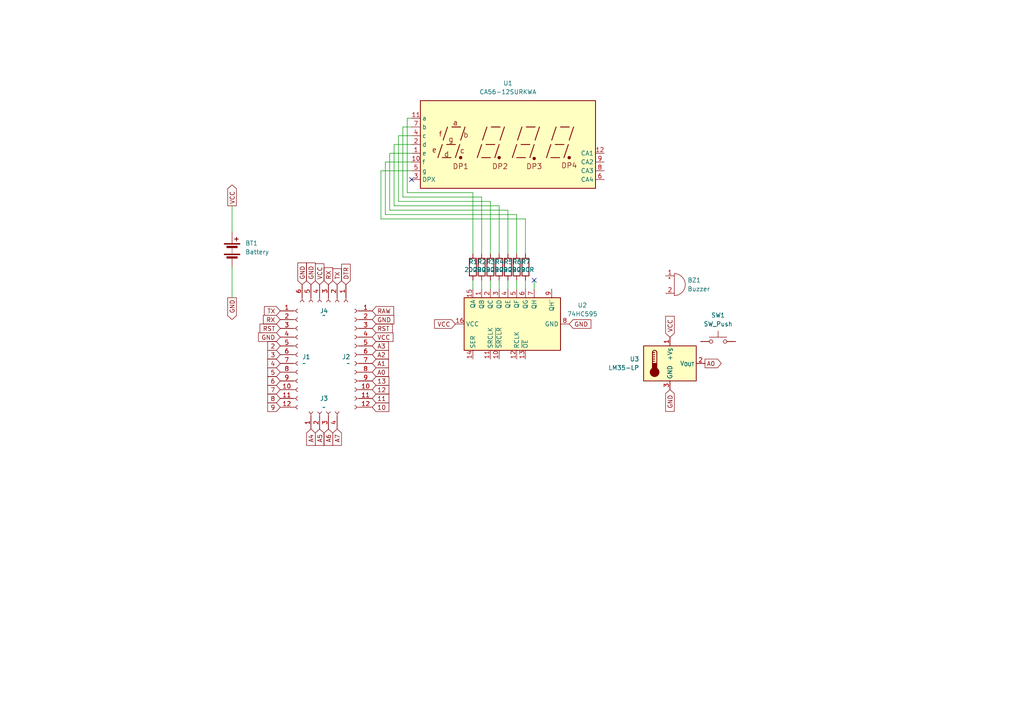
<source format=kicad_sch>
(kicad_sch (version 20250114) (generator "eeschema") (generator_version "9.0")
  (paper "A4")
  (lib_symbols
    (symbol "74xx:74HC595"
      (property "Reference" "U" (at -7.62 13.97 0))
      (property "Value" "74HC595" (at -7.62 -16.51 0))
      (symbol "74HC595_1_0"
        (pin input line (at -10.16 10.16 0) (length 2.54) (name "SER") (number "14"))
        (pin input line (at -10.16 5.08 0) (length 2.54) (name "SRCLK") (number "11"))
        (pin input line (at -10.16 2.54 0) (length 2.54) (name "~{SRCLR}") (number "10"))
        (pin input line (at -10.16 -2.54 0) (length 2.54) (name "RCLK") (number "12"))
        (pin input line (at -10.16 -5.08 0) (length 2.54) (name "~{OE}") (number "13"))
        (pin power_in line (at 0 15.24 270) (length 2.54) (name "VCC") (number "16"))
        (pin power_in line (at 0 -17.78 90) (length 2.54) (name "GND") (number "8"))
        (pin tri_state line (at 10.16 10.16 180) (length 2.54) (name "QA") (number "15"))
        (pin tri_state line (at 10.16 7.62 180) (length 2.54) (name "QB") (number "1"))
        (pin tri_state line (at 10.16 5.08 180) (length 2.54) (name "QC") (number "2"))
        (pin tri_state line (at 10.16 2.54 180) (length 2.54) (name "QD") (number "3"))
        (pin tri_state line (at 10.16 0 180) (length 2.54) (name "QE") (number "4"))
        (pin tri_state line (at 10.16 -2.54 180) (length 2.54) (name "QF") (number "5"))
        (pin tri_state line (at 10.16 -5.08 180) (length 2.54) (name "QG") (number "6"))
        (pin tri_state line (at 10.16 -7.62 180) (length 2.54) (name "QH") (number "7"))
        (pin output line (at 10.16 -12.7 180) (length 2.54) (name "QH'") (number "9"))
      )
      (symbol "74HC595_1_1"
        (rectangle (start -7.62 12.7) (end 7.62 -15.24) (stroke (width 0.254)) (fill (type background)))
      )
    )
    (symbol "Connector:Conn_01x04_Socket" (pin_names (offset 1.016) (hide yes))
      (property "Reference" "J" (at 0 5.08 0))
      (property "Value" "Conn_01x04_Socket" (at 0 -7.62 0))
      (symbol "Conn_01x04_Socket_1_1"
        (polyline (pts (xy -1.27 2.54) (xy -0.508 2.54)) (stroke (width 0.1524)))
        (polyline (pts (xy -1.27 0) (xy -0.508 0)) (stroke (width 0.1524)))
        (polyline (pts (xy -1.27 -2.54) (xy -0.508 -2.54)) (stroke (width 0.1524)))
        (polyline (pts (xy -1.27 -5.08) (xy -0.508 -5.08)) (stroke (width 0.1524)))
        (arc (start 0 2.032) (mid -0.5058 2.54) (end 0 3.048) (stroke (width 0.1524)))
        (arc (start 0 -0.508) (mid -0.5058 0) (end 0 0.508) (stroke (width 0.1524)))
        (arc (start 0 -3.048) (mid -0.5058 -2.54) (end 0 -2.032) (stroke (width 0.1524)))
        (arc (start 0 -5.588) (mid -0.5058 -5.08) (end 0 -4.572) (stroke (width 0.1524)))
        (pin passive line (at -5.08 2.54 0) (length 3.81) (name "Pin_1") (number "1"))
        (pin passive line (at -5.08 0 0) (length 3.81) (name "Pin_2") (number "2"))
        (pin passive line (at -5.08 -2.54 0) (length 3.81) (name "Pin_3") (number "3"))
        (pin passive line (at -5.08 -5.08 0) (length 3.81) (name "Pin_4") (number "4"))
      )
    )
    (symbol "Connector:Conn_01x06_Socket" (pin_names (offset 1.016) (hide yes))
      (property "Reference" "J" (at 0 7.62 0))
      (property "Value" "Conn_01x06_Socket" (at 0 -10.16 0))
      (symbol "Conn_01x06_Socket_1_1"
        (polyline (pts (xy -1.27 5.08) (xy -0.508 5.08)) (stroke (width 0.1524)))
        (polyline (pts (xy -1.27 2.54) (xy -0.508 2.54)) (stroke (width 0.1524)))
        (polyline (pts (xy -1.27 0) (xy -0.508 0)) (stroke (width 0.1524)))
        (polyline (pts (xy -1.27 -2.54) (xy -0.508 -2.54)) (stroke (width 0.1524)))
        (polyline (pts (xy -1.27 -5.08) (xy -0.508 -5.08)) (stroke (width 0.1524)))
        (polyline (pts (xy -1.27 -7.62) (xy -0.508 -7.62)) (stroke (width 0.1524)))
        (arc (start 0 4.572) (mid -0.5058 5.08) (end 0 5.588) (stroke (width 0.1524)))
        (arc (start 0 2.032) (mid -0.5058 2.54) (end 0 3.048) (stroke (width 0.1524)))
        (arc (start 0 -0.508) (mid -0.5058 0) (end 0 0.508) (stroke (width 0.1524)))
        (arc (start 0 -3.048) (mid -0.5058 -2.54) (end 0 -2.032) (stroke (width 0.1524)))
        (arc (start 0 -5.588) (mid -0.5058 -5.08) (end 0 -4.572) (stroke (width 0.1524)))
        (arc (start 0 -8.128) (mid -0.5058 -7.62) (end 0 -7.112) (stroke (width 0.1524)))
        (pin passive line (at -5.08 5.08 0) (length 3.81) (name "Pin_1") (number "1"))
        (pin passive line (at -5.08 2.54 0) (length 3.81) (name "Pin_2") (number "2"))
        (pin passive line (at -5.08 0 0) (length 3.81) (name "Pin_3") (number "3"))
        (pin passive line (at -5.08 -2.54 0) (length 3.81) (name "Pin_4") (number "4"))
        (pin passive line (at -5.08 -5.08 0) (length 3.81) (name "Pin_5") (number "5"))
        (pin passive line (at -5.08 -7.62 0) (length 3.81) (name "Pin_6") (number "6"))
      )
    )
    (symbol "Connector:Conn_01x12_Socket" (pin_names (offset 1.016) (hide yes))
      (property "Reference" "J" (at 0 15.24 0))
      (property "Value" "Conn_01x12_Socket" (at 0 -17.78 0))
      (symbol "Conn_01x12_Socket_1_1"
        (polyline (pts (xy -1.27 12.7) (xy -0.508 12.7)) (stroke (width 0.1524)))
        (polyline (pts (xy -1.27 10.16) (xy -0.508 10.16)) (stroke (width 0.1524)))
        (polyline (pts (xy -1.27 7.62) (xy -0.508 7.62)) (stroke (width 0.1524)))
        (polyline (pts (xy -1.27 5.08) (xy -0.508 5.08)) (stroke (width 0.1524)))
        (polyline (pts (xy -1.27 2.54) (xy -0.508 2.54)) (stroke (width 0.1524)))
        (polyline (pts (xy -1.27 0) (xy -0.508 0)) (stroke (width 0.1524)))
        (polyline (pts (xy -1.27 -2.54) (xy -0.508 -2.54)) (stroke (width 0.1524)))
        (polyline (pts (xy -1.27 -5.08) (xy -0.508 -5.08)) (stroke (width 0.1524)))
        (polyline (pts (xy -1.27 -7.62) (xy -0.508 -7.62)) (stroke (width 0.1524)))
        (polyline (pts (xy -1.27 -10.16) (xy -0.508 -10.16)) (stroke (width 0.1524)))
        (polyline (pts (xy -1.27 -12.7) (xy -0.508 -12.7)) (stroke (width 0.1524)))
        (polyline (pts (xy -1.27 -15.24) (xy -0.508 -15.24)) (stroke (width 0.1524)))
        (arc (start 0 12.192) (mid -0.5058 12.7) (end 0 13.208) (stroke (width 0.1524)))
        (arc (start 0 9.652) (mid -0.5058 10.16) (end 0 10.668) (stroke (width 0.1524)))
        (arc (start 0 7.112) (mid -0.5058 7.62) (end 0 8.128) (stroke (width 0.1524)))
        (arc (start 0 4.572) (mid -0.5058 5.08) (end 0 5.588) (stroke (width 0.1524)))
        (arc (start 0 2.032) (mid -0.5058 2.54) (end 0 3.048) (stroke (width 0.1524)))
        (arc (start 0 -0.508) (mid -0.5058 0) (end 0 0.508) (stroke (width 0.1524)))
        (arc (start 0 -3.048) (mid -0.5058 -2.54) (end 0 -2.032) (stroke (width 0.1524)))
        (arc (start 0 -5.588) (mid -0.5058 -5.08) (end 0 -4.572) (stroke (width 0.1524)))
        (arc (start 0 -8.128) (mid -0.5058 -7.62) (end 0 -7.112) (stroke (width 0.1524)))
        (arc (start 0 -10.668) (mid -0.5058 -10.16) (end 0 -9.652) (stroke (width 0.1524)))
        (arc (start 0 -13.208) (mid -0.5058 -12.7) (end 0 -12.192) (stroke (width 0.1524)))
        (arc (start 0 -15.748) (mid -0.5058 -15.24) (end 0 -14.732) (stroke (width 0.1524)))
        (pin passive line (at -5.08 12.7 0) (length 3.81) (name "Pin_1") (number "1"))
        (pin passive line (at -5.08 10.16 0) (length 3.81) (name "Pin_2") (number "2"))
        (pin passive line (at -5.08 7.62 0) (length 3.81) (name "Pin_3") (number "3"))
        (pin passive line (at -5.08 5.08 0) (length 3.81) (name "Pin_4") (number "4"))
        (pin passive line (at -5.08 2.54 0) (length 3.81) (name "Pin_5") (number "5"))
        (pin passive line (at -5.08 0 0) (length 3.81) (name "Pin_6") (number "6"))
        (pin passive line (at -5.08 -2.54 0) (length 3.81) (name "Pin_7") (number "7"))
        (pin passive line (at -5.08 -5.08 0) (length 3.81) (name "Pin_8") (number "8"))
        (pin passive line (at -5.08 -7.62 0) (length 3.81) (name "Pin_9") (number "9"))
        (pin passive line (at -5.08 -10.16 0) (length 3.81) (name "Pin_10") (number "10"))
        (pin passive line (at -5.08 -12.7 0) (length 3.81) (name "Pin_11") (number "11"))
        (pin passive line (at -5.08 -15.24 0) (length 3.81) (name "Pin_12") (number "12"))
      )
    )
    (symbol "Device:Battery" (pin_numbers (hide yes)) (pin_names (offset 0) (hide yes))
      (property "Reference" "BT" (at 2.54 2.54 0))
      (property "Value" "Battery" (at 2.54 0 0))
      (symbol "Battery_0_1"
        (rectangle (start -2.286 1.778) (end 2.286 1.524) (fill (type outline)))
        (rectangle (start -2.286 -1.27) (end 2.286 -1.524) (fill (type outline)))
        (rectangle (start -1.524 1.016) (end 1.524 0.508) (fill (type outline)))
        (rectangle (start -1.524 -2.032) (end 1.524 -2.54) (fill (type outline)))
        (polyline (pts (xy 0 1.778) (xy 0 2.54)))
        (polyline (pts (xy 0 0) (xy 0 0.254)))
        (polyline (pts (xy 0 -0.508) (xy 0 -0.254)))
        (polyline (pts (xy 0 -1.016) (xy 0 -0.762)))
        (polyline (pts (xy 0.762 3.048) (xy 1.778 3.048)) (stroke (width 0.254)))
        (polyline (pts (xy 1.27 3.556) (xy 1.27 2.54)) (stroke (width 0.254)))
      )
      (symbol "Battery_1_1"
        (pin passive line (at 0 5.08 270) (length 2.54) (name "+") (number "1"))
        (pin passive line (at 0 -5.08 90) (length 2.54) (name "-") (number "2"))
      )
    )
    (symbol "Device:Buzzer" (pin_names (offset 0.0254) (hide yes))
      (property "Reference" "BZ" (at 3.81 1.27 0))
      (property "Value" "Buzzer" (at 3.81 -1.27 0))
      (symbol "Buzzer_0_1"
        (polyline (pts (xy -1.651 1.905) (xy -1.143 1.905)))
        (polyline (pts (xy -1.397 2.159) (xy -1.397 1.651)))
        (arc (start 0 3.175) (mid 3.1612 0) (end 0 -3.175))
        (polyline (pts (xy 0 3.175) (xy 0 -3.175)))
      )
      (symbol "Buzzer_1_1"
        (pin passive line (at -2.54 2.54 0) (length 2.54) (name "+") (number "1"))
        (pin passive line (at -2.54 -2.54 0) (length 2.54) (name "-") (number "2"))
      )
    )
    (symbol "Device:R" (pin_numbers (hide yes)) (pin_names (offset 0))
      (property "Reference" "R" (at 2.032 0 90))
      (property "Value" "R" (at 0 0 90))
      (symbol "R_0_1"
        (rectangle (start -1.016 -2.54) (end 1.016 2.54) (stroke (width 0.254)))
      )
      (symbol "R_1_1"
        (pin passive line (at 0 3.81 270) (length 1.27) (name "~") (number "1"))
        (pin passive line (at 0 -3.81 90) (length 1.27) (name "~") (number "2"))
      )
    )
    (symbol "Display_Character:CA56-12SURKWA"
      (property "Reference" "U" (at -24.13 13.97 0))
      (property "Value" "CA56-12SURKWA" (at 17.78 13.97 0))
      (symbol "CA56-12SURKWA_0_0"
        (rectangle (start -25.4 12.7) (end 25.4 -12.7) (stroke (width 0.254)) (fill (type background)))
        (polyline (pts (xy -20.32 -3.81) (xy -19.05 0)) (stroke (width 0.254)))
        (polyline (pts (xy -19.05 -3.81) (xy -16.51 -3.81)) (stroke (width 0.254)))
        (polyline (pts (xy -18.796 1.27) (xy -17.526 5.08)) (stroke (width 0.254)))
        (polyline (pts (xy -17.78 0) (xy -15.24 0)) (stroke (width 0.254)))
        (polyline (pts (xy -16.256 5.08) (xy -13.716 5.08)) (stroke (width 0.254)))
        (polyline (pts (xy -15.24 -3.81) (xy -13.97 0)) (stroke (width 0.254)))
        (polyline (pts (xy -13.716 1.27) (xy -12.446 5.08)) (stroke (width 0.254)))
        (polyline (pts (xy -8.89 -3.81) (xy -7.62 0)) (stroke (width 0.254)))
        (polyline (pts (xy -7.62 -3.81) (xy -5.08 -3.81)) (stroke (width 0.254)))
        (polyline (pts (xy -7.366 1.27) (xy -6.096 5.08)) (stroke (width 0.254)))
        (polyline (pts (xy -6.35 0) (xy -3.81 0)) (stroke (width 0.254)))
        (polyline (pts (xy -4.826 5.08) (xy -2.286 5.08)) (stroke (width 0.254)))
        (polyline (pts (xy -3.81 -3.81) (xy -2.54 0)) (stroke (width 0.254)))
        (polyline (pts (xy -2.286 1.27) (xy -1.016 5.08)) (stroke (width 0.254)))
        (polyline (pts (xy 1.27 -3.81) (xy 2.54 0)) (stroke (width 0.254)))
        (polyline (pts (xy 2.54 -3.81) (xy 5.08 -3.81)) (stroke (width 0.254)))
        (polyline (pts (xy 2.794 1.27) (xy 4.064 5.08)) (stroke (width 0.254)))
        (polyline (pts (xy 3.81 0) (xy 6.35 0)) (stroke (width 0.254)))
        (polyline (pts (xy 5.334 5.08) (xy 7.874 5.08)) (stroke (width 0.254)))
        (polyline (pts (xy 6.35 -3.81) (xy 7.62 0)) (stroke (width 0.254)))
        (polyline (pts (xy 7.874 1.27) (xy 9.144 5.08)) (stroke (width 0.254)))
        (polyline (pts (xy 11.176 -3.81) (xy 12.446 0)) (stroke (width 0.254)))
        (polyline (pts (xy 12.446 -3.81) (xy 14.986 -3.81)) (stroke (width 0.254)))
        (polyline (pts (xy 12.7 1.27) (xy 13.97 5.08)) (stroke (width 0.254)))
        (polyline (pts (xy 13.716 0) (xy 16.256 0)) (stroke (width 0.254)))
        (polyline (pts (xy 15.24 5.08) (xy 17.78 5.08)) (stroke (width 0.254)))
        (polyline (pts (xy 16.256 -3.81) (xy 17.526 0)) (stroke (width 0.254)))
        (polyline (pts (xy 17.78 1.27) (xy 19.05 5.08)) (stroke (width 0.254)))
        (text "e" (at -21.336 -1.524 0) (effects (font (size 1.524 1.524))))
        (text "f" (at -19.558 3.048 0) (effects (font (size 1.524 1.524))))
        (text "d" (at -17.78 -2.794 0) (effects (font (size 1.524 1.524))))
        (text "g" (at -16.51 1.524 0) (effects (font (size 1.524 1.524))))
        (text "a" (at -15.24 6.35 0) (effects (font (size 1.524 1.524))))
        (text "DP1" (at -13.716 -6.35 0) (effects (font (size 1.524 1.524))))
        (text "c" (at -13.208 -1.778 0) (effects (font (size 1.524 1.524))))
        (text "b" (at -12.192 2.794 0) (effects (font (size 1.524 1.524))))
        (text "DP2" (at -2.286 -6.35 0) (effects (font (size 1.524 1.524))))
        (text "DP3" (at 7.62 -6.35 0) (effects (font (size 1.524 1.524))))
        (text "DP4" (at 17.78 -6.096 0) (effects (font (size 1.524 1.524))))
      )
      (symbol "CA56-12SURKWA_0_1"
        (circle (center -13.716 -3.81) (radius 0.3556) (stroke (width 0.254)) (fill (type outline)))
        (circle (center -2.54 -3.81) (radius 0.3556) (stroke (width 0.254)) (fill (type outline)))
      )
      (symbol "CA56-12SURKWA_1_0"
        (circle (center 7.62 -4.064) (radius 0.3556) (stroke (width 0.254)) (fill (type outline)))
        (circle (center 17.78 -3.81) (radius 0.3556) (stroke (width 0.254)) (fill (type outline)))
      )
      (symbol "CA56-12SURKWA_1_1"
        (pin input line (at -27.94 7.62 0) (length 2.54) (name "a") (number "11"))
        (pin input line (at -27.94 5.08 0) (length 2.54) (name "b") (number "7"))
        (pin input line (at -27.94 2.54 0) (length 2.54) (name "c") (number "4"))
        (pin input line (at -27.94 0 0) (length 2.54) (name "d") (number "2"))
        (pin input line (at -27.94 -2.54 0) (length 2.54) (name "e") (number "1"))
        (pin input line (at -27.94 -5.08 0) (length 2.54) (name "f") (number "10"))
        (pin input line (at -27.94 -7.62 0) (length 2.54) (name "g") (number "5"))
        (pin input line (at -27.94 -10.16 0) (length 2.54) (name "DPX") (number "3"))
        (pin input line (at 27.94 -2.54 180) (length 2.54) (name "CA1") (number "12"))
        (pin input line (at 27.94 -5.08 180) (length 2.54) (name "CA2") (number "9"))
        (pin input line (at 27.94 -7.62 180) (length 2.54) (name "CA3") (number "8"))
        (pin input line (at 27.94 -10.16 180) (length 2.54) (name "CA4") (number "6"))
      )
    )
    (symbol "Sensor_Temperature:LM35-LP"
      (property "Reference" "U" (at -6.35 6.35 0))
      (property "Value" "LM35-LP" (at 1.27 6.35 0))
      (symbol "LM35-LP_0_1"
        (rectangle (start -7.62 5.08) (end 7.62 -5.08) (stroke (width 0.254)) (fill (type background)))
        (polyline (pts (xy -5.08 3.175) (xy -5.08 0)) (stroke (width 0.254)))
        (polyline (pts (xy -5.08 3.175) (xy -4.445 3.175)) (stroke (width 0.254)))
        (polyline (pts (xy -5.08 2.54) (xy -4.445 2.54)) (stroke (width 0.254)))
        (polyline (pts (xy -5.08 1.905) (xy -4.445 1.905)) (stroke (width 0.254)))
        (polyline (pts (xy -5.08 1.27) (xy -4.445 1.27)) (stroke (width 0.254)))
        (polyline (pts (xy -5.08 0.635) (xy -4.445 0.635)) (stroke (width 0.254)))
        (arc (start -5.08 3.175) (mid -4.445 3.8073) (end -3.81 3.175) (stroke (width 0.254)))
        (circle (center -4.445 -2.54) (radius 1.27) (stroke (width 0.254)) (fill (type outline)))
        (polyline (pts (xy -3.81 3.175) (xy -3.81 0)) (stroke (width 0.254)))
        (rectangle (start -3.81 -1.905) (end -5.08 0) (stroke (width 0.254)) (fill (type outline)))
      )
      (symbol "LM35-LP_1_1"
        (pin power_in line (at 0 7.62 270) (length 2.54) (name "+V_{S}") (number "1"))
        (pin power_in line (at 0 -7.62 90) (length 2.54) (name "GND") (number "3"))
        (pin output line (at 10.16 0 180) (length 2.54) (name "V_{OUT}") (number "2"))
      )
    )
    (symbol "Switch:SW_Push" (pin_numbers (hide yes)) (pin_names (offset 1.016) (hide yes))
      (property "Reference" "SW" (at 1.27 2.54 0))
      (property "Value" "SW_Push" (at 0 -1.524 0))
      (symbol "SW_Push_0_1"
        (circle (center -2.032 0) (radius 0.508))
        (polyline (pts (xy 0 1.27) (xy 0 3.048)))
        (circle (center 2.032 0) (radius 0.508))
        (polyline (pts (xy 2.54 1.27) (xy -2.54 1.27)))
        (pin passive line (at -5.08 0 0) (length 2.54) (name "1") (number "1"))
        (pin passive line (at 5.08 0 180) (length 2.54) (name "2") (number "2"))
      )
    )
  )
  (no_connect (at 154.94 81.28))
  (no_connect (at 119.38 52.07))
  (wire (pts (xy 147.32 81.28) (xy 147.32 83.82)))
  (wire (pts (xy 144.78 59.69) (xy 114.3 59.69)))
  (wire (pts (xy 152.4 73.66) (xy 152.4 63.5)))
  (wire (pts (xy 152.4 63.5) (xy 110.49 63.5)))
  (wire (pts (xy 113.03 60.96) (xy 113.03 44.45)))
  (wire (pts (xy 113.03 44.45) (xy 119.38 44.45)))
  (wire (pts (xy 116.84 57.15) (xy 116.84 36.83)))
  (wire (pts (xy 139.7 73.66) (xy 139.7 57.15)))
  (wire (pts (xy 144.78 81.28) (xy 144.78 83.82)))
  (wire (pts (xy 147.32 73.66) (xy 147.32 60.96)))
  (wire (pts (xy 142.24 58.42) (xy 115.57 58.42)))
  (wire (pts (xy 116.84 36.83) (xy 119.38 36.83)))
  (wire (pts (xy 139.7 57.15) (xy 116.84 57.15)))
  (wire (pts (xy 115.57 39.37) (xy 119.38 39.37)))
  (wire (pts (xy 118.11 34.29) (xy 119.38 34.29)))
  (wire (pts (xy 67.31 59.69) (xy 67.31 67.31)))
  (wire (pts (xy 152.4 81.28) (xy 152.4 83.82)))
  (wire (pts (xy 149.86 62.23) (xy 111.76 62.23)))
  (wire (pts (xy 137.16 73.66) (xy 137.16 55.88)))
  (wire (pts (xy 114.3 59.69) (xy 114.3 41.91)))
  (wire (pts (xy 115.57 58.42) (xy 115.57 39.37)))
  (wire (pts (xy 67.31 77.47) (xy 67.31 86.36)))
  (wire (pts (xy 137.16 81.28) (xy 137.16 83.82)))
  (wire (pts (xy 142.24 73.66) (xy 142.24 58.42)))
  (wire (pts (xy 118.11 55.88) (xy 118.11 34.29)))
  (wire (pts (xy 137.16 55.88) (xy 118.11 55.88)))
  (wire (pts (xy 144.78 73.66) (xy 144.78 59.69)))
  (wire (pts (xy 154.94 81.28) (xy 154.94 83.82)))
  (wire (pts (xy 110.49 63.5) (xy 110.49 49.53)))
  (wire (pts (xy 139.7 81.28) (xy 139.7 83.82)))
  (wire (pts (xy 149.86 81.28) (xy 149.86 83.82)))
  (wire (pts (xy 110.49 49.53) (xy 119.38 49.53)))
  (wire (pts (xy 149.86 73.66) (xy 149.86 62.23)))
  (wire (pts (xy 147.32 60.96) (xy 113.03 60.96)))
  (wire (pts (xy 111.76 62.23) (xy 111.76 46.99)))
  (wire (pts (xy 142.24 81.28) (xy 142.24 83.82)))
  (wire (pts (xy 111.76 46.99) (xy 119.38 46.99)))
  (wire (pts (xy 114.3 41.91) (xy 119.38 41.91)))
  (global_label "A0" (shape output) (at 204.47 105.41 0) (property "Intersheetrefs" "${INTERSHEET_REFS}" (effects (hide yes))))
  (global_label "TX" (shape input) (at 81.28 90.17 180) (property "Intersheetrefs" "${INTERSHEET_REFS}" (effects (hide yes))))
  (global_label "5" (shape input) (at 81.28 107.95 180) (property "Intersheetrefs" "${INTERSHEET_REFS}" (effects (hide yes))))
  (global_label "RX" (shape input) (at 95.25 82.55 90) (property "Intersheetrefs" "${INTERSHEET_REFS}" (effects (hide yes))))
  (global_label "GND" (shape output) (at 67.31 86.36 270) (property "Intersheetrefs" "${INTERSHEET_REFS}" (effects (hide yes))))
  (global_label "A4" (shape input) (at 90.17 124.46 270) (property "Intersheetrefs" "${INTERSHEET_REFS}" (effects (hide yes))))
  (global_label "GND" (shape input) (at 90.17 82.55 90) (property "Intersheetrefs" "${INTERSHEET_REFS}" (effects (hide yes))))
  (global_label "2" (shape input) (at 81.28 100.33 180) (property "Intersheetrefs" "${INTERSHEET_REFS}" (effects (hide yes))))
  (global_label "VCC" (shape output) (at 67.31 59.69 90) (property "Intersheetrefs" "${INTERSHEET_REFS}" (effects (hide yes))))
  (global_label "GND" (shape input) (at 165.1 93.98 0) (property "Intersheetrefs" "${INTERSHEET_REFS}" (effects (hide yes))))
  (global_label "GND" (shape input) (at 81.28 97.79 180) (property "Intersheetrefs" "${INTERSHEET_REFS}" (effects (hide yes))))
  (global_label "DTR" (shape input) (at 100.33 82.55 90) (property "Intersheetrefs" "${INTERSHEET_REFS}" (effects (hide yes))))
  (global_label "13" (shape input) (at 107.95 110.49 0) (property "Intersheetrefs" "${INTERSHEET_REFS}" (effects (hide yes))))
  (global_label "8" (shape input) (at 81.28 115.57 180) (property "Intersheetrefs" "${INTERSHEET_REFS}" (effects (hide yes))))
  (global_label "VCC" (shape input) (at 194.31 97.79 90) (property "Intersheetrefs" "${INTERSHEET_REFS}" (effects (hide yes))))
  (global_label "A1" (shape input) (at 107.95 105.41 0) (property "Intersheetrefs" "${INTERSHEET_REFS}" (effects (hide yes))))
  (global_label "3" (shape input) (at 81.28 102.87 180) (property "Intersheetrefs" "${INTERSHEET_REFS}" (effects (hide yes))))
  (global_label "4" (shape input) (at 81.28 105.41 180) (property "Intersheetrefs" "${INTERSHEET_REFS}" (effects (hide yes))))
  (global_label "RX" (shape input) (at 81.28 92.71 180) (property "Intersheetrefs" "${INTERSHEET_REFS}" (effects (hide yes))))
  (global_label "A2" (shape input) (at 107.95 102.87 0) (property "Intersheetrefs" "${INTERSHEET_REFS}" (effects (hide yes))))
  (global_label "10" (shape input) (at 107.95 118.11 0) (property "Intersheetrefs" "${INTERSHEET_REFS}" (effects (hide yes))))
  (global_label "7" (shape input) (at 81.28 113.03 180) (property "Intersheetrefs" "${INTERSHEET_REFS}" (effects (hide yes))))
  (global_label "12" (shape input) (at 107.95 113.03 0) (property "Intersheetrefs" "${INTERSHEET_REFS}" (effects (hide yes))))
  (global_label "A3" (shape input) (at 107.95 100.33 0) (property "Intersheetrefs" "${INTERSHEET_REFS}" (effects (hide yes))))
  (global_label "RST" (shape input) (at 107.95 95.25 0) (property "Intersheetrefs" "${INTERSHEET_REFS}" (effects (hide yes))))
  (global_label "A0" (shape input) (at 107.95 107.95 0) (property "Intersheetrefs" "${INTERSHEET_REFS}" (effects (hide yes))))
  (global_label "TX" (shape input) (at 97.79 82.55 90) (property "Intersheetrefs" "${INTERSHEET_REFS}" (effects (hide yes))))
  (global_label "A7" (shape input) (at 97.79 124.46 270) (property "Intersheetrefs" "${INTERSHEET_REFS}" (effects (hide yes))))
  (global_label "9" (shape input) (at 81.28 118.11 180) (property "Intersheetrefs" "${INTERSHEET_REFS}" (effects (hide yes))))
  (global_label "GND" (shape input) (at 194.31 113.03 270) (property "Intersheetrefs" "${INTERSHEET_REFS}" (effects (hide yes))))
  (global_label "VCC" (shape input) (at 132.08 93.98 180) (property "Intersheetrefs" "${INTERSHEET_REFS}" (effects (hide yes))))
  (global_label "RST" (shape input) (at 81.28 95.25 180) (property "Intersheetrefs" "${INTERSHEET_REFS}" (effects (hide yes))))
  (global_label "A6" (shape input) (at 95.25 124.46 270) (property "Intersheetrefs" "${INTERSHEET_REFS}" (effects (hide yes))))
  (global_label "11" (shape input) (at 107.95 115.57 0) (property "Intersheetrefs" "${INTERSHEET_REFS}" (effects (hide yes))))
  (global_label "GND" (shape input) (at 87.63 82.55 90) (property "Intersheetrefs" "${INTERSHEET_REFS}" (effects (hide yes))))
  (global_label "6" (shape input) (at 81.28 110.49 180) (property "Intersheetrefs" "${INTERSHEET_REFS}" (effects (hide yes))))
  (global_label "GND" (shape input) (at 107.95 92.71 0) (property "Intersheetrefs" "${INTERSHEET_REFS}" (effects (hide yes))))
  (global_label "A5" (shape input) (at 92.71 124.46 270) (property "Intersheetrefs" "${INTERSHEET_REFS}" (effects (hide yes))))
  (global_label "RAW" (shape input) (at 107.95 90.17 0) (property "Intersheetrefs" "${INTERSHEET_REFS}" (effects (hide yes))))
  (global_label "VCC" (shape input) (at 107.95 97.79 0) (property "Intersheetrefs" "${INTERSHEET_REFS}" (effects (hide yes))))
  (global_label "VCC" (shape input) (at 92.71 82.55 90) (property "Intersheetrefs" "${INTERSHEET_REFS}" (effects (hide yes))))
  (symbol (lib_id "Sensor_Temperature:LM35-LP") (at 194.31 105.41 0) (unit 1)
    (property "Reference" "U3" (at 185.42 104.1399 0) (effects (justify right)))
    (property "Value" "LM35-LP" (at 185.42 106.6799 0) (effects (justify right)))
    (property "Footprint" "Package_TO_SOT_THT:TO-92_Inline" (effects (hide yes)))
    (property "Datasheet" "http://www.ti.com/lit/ds/symlink/lm35.pdf" (effects (hide yes)))
    (property "Description" "Precision centigrade temperature sensor, TO-92" (effects (hide yes)))
  )
  (symbol (lib_id "Device:R") (at 149.86 77.47 0) (unit 1)
    (property "Reference" "R6" (at 148.59 75.946 0) (effects (justify left)))
    (property "Value" "200R" (at 147.32 78.232 0) (effects (justify left)))
    (property "Description" "Resistor" (effects (hide yes)))
  )
  (symbol (lib_id "Connector:Conn_01x12_Socket") (at 102.87 102.87 0) (mirror y) (unit 1)
    (property "Reference" "J2" (at 101.6 103.5049 0) (effects (justify left)))
    (property "Value" "~" (at 101.6 105.41 0) (effects (justify left)))
    (property "Footprint" "Connector_PinHeader_2.54mm:PinHeader_1x12_P2.54mm_Vertical" (effects (hide yes)))
    (property "Description" "Generic connector, single row, 01x12, script generated" (effects (hide yes)))
  )
  (symbol (lib_id "Switch:SW_Push") (at 208.28 99.06 0) (unit 1)
    (property "Reference" "SW1" (at 208.28 91.44 0))
    (property "Value" "SW_Push" (at 208.28 93.98 0))
    (property "Description" "Push button switch, generic, two pins" (effects (hide yes)))
  )
  (symbol (lib_id "Connector:Conn_01x12_Socket") (at 86.36 102.87 0) (unit 1)
    (property "Reference" "J1" (at 87.63 103.5049 0) (effects (justify left)))
    (property "Value" "~" (at 87.63 105.41 0) (effects (justify left)))
    (property "Footprint" "Connector_PinHeader_2.54mm:PinHeader_1x12_P2.54mm_Vertical" (effects (hide yes)))
    (property "Description" "Generic connector, single row, 01x12, script generated" (effects (hide yes)))
  )
  (symbol (lib_id "74xx:74HC595") (at 147.32 93.98 90) (unit 1)
    (property "Reference" "U2" (at 168.91 88.5346 90))
    (property "Value" "74HC595" (at 168.91 91.0746 90))
    (property "Footprint" "Package_DIP:DIP-16_W7.62mm" (effects (hide yes)))
    (property "Datasheet" "http://www.ti.com/lit/ds/symlink/sn74hc595.pdf" (effects (hide yes)))
    (property "Description" "8-bit serial in/out Shift Register 3-State Outputs" (effects (hide yes)))
  )
  (symbol (lib_id "Connector:Conn_01x04_Socket") (at 92.71 119.38 90) (unit 1)
    (property "Reference" "J3" (at 93.98 115.57 90))
    (property "Value" "~" (at 93.98 118.11 90))
    (property "Footprint" "Connector_PinHeader_2.54mm:PinHeader_1x04_P2.54mm_Vertical" (effects (hide yes)))
    (property "Description" "Generic connector, single row, 01x04, script generated" (effects (hide yes)))
  )
  (symbol (lib_id "Device:Battery") (at 67.31 72.39 0) (unit 1)
    (property "Reference" "BT1" (at 71.12 70.5484 0) (effects (justify left)))
    (property "Value" "Battery" (at 71.12 73.0884 0) (effects (justify left)))
    (property "Footprint" "Battery:BatteryHolder_MPD_BH-18650-PC2" (effects (hide yes)))
    (property "Description" "Multiple-cell battery" (effects (hide yes)))
  )
  (symbol (lib_id "Connector:Conn_01x06_Socket") (at 95.25 87.63 270) (unit 1)
    (property "Reference" "J4" (at 93.98 90.17 90))
    (property "Value" "~" (at 93.98 91.44 90))
    (property "Footprint" "Connector_PinHeader_2.54mm:PinHeader_1x06_P2.54mm_Vertical" (effects (hide yes)))
    (property "Description" "Generic connector, single row, 01x06, script generated" (effects (hide yes)))
  )
  (symbol (lib_id "Device:R") (at 139.7 77.47 0) (unit 1)
    (property "Reference" "R2" (at 138.43 75.946 0) (effects (justify left)))
    (property "Value" "200R" (at 137.16 78.232 0) (effects (justify left)))
    (property "Description" "Resistor" (effects (hide yes)))
  )
  (symbol (lib_id "Device:R") (at 144.78 77.47 0) (unit 1)
    (property "Reference" "R4" (at 143.51 75.946 0) (effects (justify left)))
    (property "Value" "200R" (at 142.24 78.232 0) (effects (justify left)))
    (property "Description" "Resistor" (effects (hide yes)))
  )
  (symbol (lib_id "Device:Buzzer") (at 195.58 82.55 0) (unit 1)
    (property "Reference" "BZ1" (at 199.39 81.2799 0) (effects (justify left)))
    (property "Value" "Buzzer" (at 199.39 83.8199 0) (effects (justify left)))
    (property "Footprint" "Buzzer_Beeper:Buzzer_12x9.5RM7.6" (effects (hide yes)))
    (property "Description" "Buzzer, polarized" (effects (hide yes)))
  )
  (symbol (lib_id "Display_Character:CA56-12SURKWA") (at 147.32 41.91 0) (unit 1)
    (property "Reference" "U1" (at 147.32 24.13 0))
    (property "Value" "CA56-12SURKWA" (at 147.32 26.67 0))
    (property "Footprint" "Display_7Segment:CA56-12CGKWA" (effects (hide yes)))
    (property "Datasheet" "http://www.kingbright.com/attachments/file/psearch/000/00/00/CA56-12SURKWA(Ver.8A).pdf" (effects (hide yes)))
    (property "Description" "4 digit 7 segment hyper red LED, common anode" (effects (hide yes)))
  )
  (symbol (lib_id "Device:R") (at 142.24 77.47 0) (unit 1)
    (property "Reference" "R3" (at 140.97 75.946 0) (effects (justify left)))
    (property "Value" "200R" (at 139.7 78.232 0) (effects (justify left)))
    (property "Description" "Resistor" (effects (hide yes)))
  )
  (symbol (lib_id "Device:R") (at 152.4 77.47 0) (unit 1)
    (property "Reference" "R7" (at 151.13 75.946 0) (effects (justify left)))
    (property "Value" "200R" (at 149.86 78.232 0) (effects (justify left)))
    (property "Description" "Resistor" (effects (hide yes)))
  )
  (symbol (lib_id "Device:R") (at 147.32 77.47 0) (unit 1)
    (property "Reference" "R5" (at 146.05 75.946 0) (effects (justify left)))
    (property "Value" "200R" (at 144.78 78.232 0) (effects (justify left)))
    (property "Description" "Resistor" (effects (hide yes)))
  )
  (symbol (lib_id "Device:R") (at 137.16 77.47 0) (unit 1)
    (property "Reference" "R1" (at 135.89 75.946 0) (effects (justify left)))
    (property "Value" "200R" (at 134.62 78.232 0) (effects (justify left)))
    (property "Description" "Resistor" (effects (hide yes)))
  )
)
</source>
